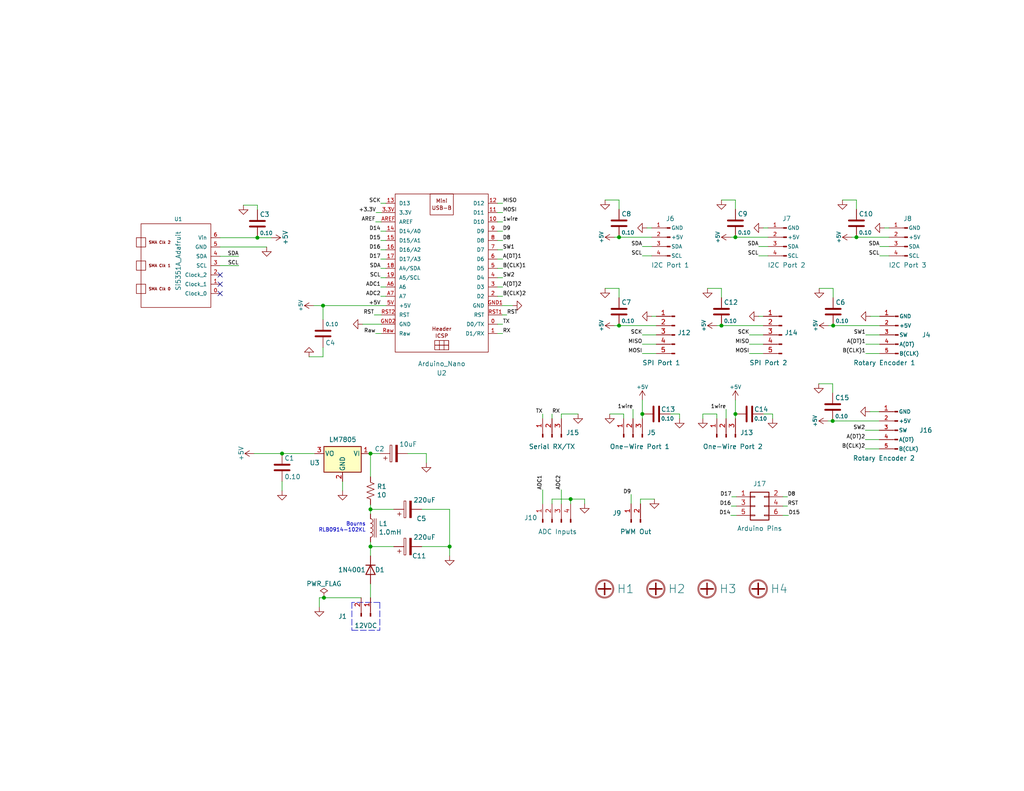
<source format=kicad_sch>
(kicad_sch (version 20211123) (generator eeschema)
  (paper "A")
  (title_block (title "UDVBM-1 Universal Digital VFO/BFO Motherboard") (date "2022-03-20") (rev "B"))
  (lib_symbols
    (symbol "Connector:Conn_01x02_Male" (pin_names (offset 1.016) hide)
      (property "Reference" "J" (at 0 2.54 0))
      (property "Value" "Conn_01x02_Male" (at 0 -5.08 0))
      (symbol "Conn_01x02_Male_1_1"
        (polyline (pts (xy 1.27 -2.54) (xy 0.8636 -2.54)) (stroke (width 0.1524)))
        (polyline (pts (xy 1.27 0) (xy 0.8636 0)) (stroke (width 0.1524)))
        (rectangle (start 0.8636 -2.413) (end 0 -2.667) (stroke (width 0.1524)) (fill (type outline)))
        (rectangle (start 0.8636 0.127) (end 0 -0.127) (stroke (width 0.1524)) (fill (type outline)))
        (pin passive line (at 5.08 0 180) (length 3.81) (name "Pin_1") (number "1"))
        (pin passive line (at 5.08 -2.54 180) (length 3.81) (name "Pin_2") (number "2"))
      )
    )
    (symbol "Connector:Conn_01x03_Male" (pin_names (offset 1.016) hide)
      (property "Reference" "J" (at 0 5.08 0))
      (property "Value" "Conn_01x03_Male" (at 0 -5.08 0))
      (symbol "Conn_01x03_Male_1_1"
        (polyline (pts (xy 1.27 -2.54) (xy 0.8636 -2.54)) (stroke (width 0.1524)))
        (polyline (pts (xy 1.27 0) (xy 0.8636 0)) (stroke (width 0.1524)))
        (polyline (pts (xy 1.27 2.54) (xy 0.8636 2.54)) (stroke (width 0.1524)))
        (rectangle (start 0.8636 -2.413) (end 0 -2.667) (stroke (width 0.1524)) (fill (type outline)))
        (rectangle (start 0.8636 0.127) (end 0 -0.127) (stroke (width 0.1524)) (fill (type outline)))
        (rectangle (start 0.8636 2.667) (end 0 2.413) (stroke (width 0.1524)) (fill (type outline)))
        (pin passive line (at 5.08 2.54 180) (length 3.81) (name "Pin_1") (number "1"))
        (pin passive line (at 5.08 0 180) (length 3.81) (name "Pin_2") (number "2"))
        (pin passive line (at 5.08 -2.54 180) (length 3.81) (name "Pin_3") (number "3"))
      )
    )
    (symbol "Connector:Conn_01x04_Male" (pin_names (offset 1.016) hide)
      (property "Reference" "J" (at 0 5.08 0))
      (property "Value" "Conn_01x04_Male" (at 0 -7.62 0))
      (symbol "Conn_01x04_Male_1_1"
        (polyline (pts (xy 1.27 -5.08) (xy 0.8636 -5.08)) (stroke (width 0.1524)))
        (polyline (pts (xy 1.27 -2.54) (xy 0.8636 -2.54)) (stroke (width 0.1524)))
        (polyline (pts (xy 1.27 0) (xy 0.8636 0)) (stroke (width 0.1524)))
        (polyline (pts (xy 1.27 2.54) (xy 0.8636 2.54)) (stroke (width 0.1524)))
        (rectangle (start 0.8636 -4.953) (end 0 -5.207) (stroke (width 0.1524)) (fill (type outline)))
        (rectangle (start 0.8636 -2.413) (end 0 -2.667) (stroke (width 0.1524)) (fill (type outline)))
        (rectangle (start 0.8636 0.127) (end 0 -0.127) (stroke (width 0.1524)) (fill (type outline)))
        (rectangle (start 0.8636 2.667) (end 0 2.413) (stroke (width 0.1524)) (fill (type outline)))
        (pin passive line (at 5.08 2.54 180) (length 3.81) (name "Pin_1") (number "1"))
        (pin passive line (at 5.08 0 180) (length 3.81) (name "Pin_2") (number "2"))
        (pin passive line (at 5.08 -2.54 180) (length 3.81) (name "Pin_3") (number "3"))
        (pin passive line (at 5.08 -5.08 180) (length 3.81) (name "Pin_4") (number "4"))
      )
    )
    (symbol "Connector:Conn_01x05_Male" (pin_names (offset 1.016) hide)
      (property "Reference" "J" (at 0 7.62 0))
      (property "Value" "Conn_01x05_Male" (at 0 -7.62 0))
      (symbol "Conn_01x05_Male_1_1"
        (polyline (pts (xy 1.27 -5.08) (xy 0.8636 -5.08)) (stroke (width 0.1524)))
        (polyline (pts (xy 1.27 -2.54) (xy 0.8636 -2.54)) (stroke (width 0.1524)))
        (polyline (pts (xy 1.27 0) (xy 0.8636 0)) (stroke (width 0.1524)))
        (polyline (pts (xy 1.27 2.54) (xy 0.8636 2.54)) (stroke (width 0.1524)))
        (polyline (pts (xy 1.27 5.08) (xy 0.8636 5.08)) (stroke (width 0.1524)))
        (rectangle (start 0.8636 -4.953) (end 0 -5.207) (stroke (width 0.1524)) (fill (type outline)))
        (rectangle (start 0.8636 -2.413) (end 0 -2.667) (stroke (width 0.1524)) (fill (type outline)))
        (rectangle (start 0.8636 0.127) (end 0 -0.127) (stroke (width 0.1524)) (fill (type outline)))
        (rectangle (start 0.8636 2.667) (end 0 2.413) (stroke (width 0.1524)) (fill (type outline)))
        (rectangle (start 0.8636 5.207) (end 0 4.953) (stroke (width 0.1524)) (fill (type outline)))
        (pin passive line (at 5.08 5.08 180) (length 3.81) (name "Pin_1") (number "1"))
        (pin passive line (at 5.08 2.54 180) (length 3.81) (name "Pin_2") (number "2"))
        (pin passive line (at 5.08 0 180) (length 3.81) (name "Pin_3") (number "3"))
        (pin passive line (at 5.08 -2.54 180) (length 3.81) (name "Pin_4") (number "4"))
        (pin passive line (at 5.08 -5.08 180) (length 3.81) (name "Pin_5") (number "5"))
      )
    )
    (symbol "Connector_Generic:Conn_02x03_Odd_Even" (pin_names (offset 1.016) hide)
      (property "Reference" "J17" (at 1.27 6.096 0))
      (property "Value" "Arduino Pins" (at 1.27 -6.096 0))
      (symbol "Conn_02x03_Odd_Even_1_1"
        (rectangle (start -1.27 -2.413) (end 0 -2.667) (stroke (width 0.1524)))
        (rectangle (start -1.27 0.127) (end 0 -0.127) (stroke (width 0.1524)))
        (rectangle (start -1.27 2.667) (end 0 2.413) (stroke (width 0.1524)))
        (rectangle (start -1.27 3.81) (end 3.81 -3.81) (stroke (width 0.254)))
        (rectangle (start 3.81 -2.413) (end 2.54 -2.667) (stroke (width 0.1524)))
        (rectangle (start 3.81 0.127) (end 2.54 -0.127) (stroke (width 0.1524)))
        (rectangle (start 3.81 2.667) (end 2.54 2.413) (stroke (width 0.1524)))
        (pin passive line (at -5.08 2.54 0) (length 3.81) (name "Pin_1") (number "1"))
        (pin passive line (at 7.62 2.54 180) (length 3.81) (name "Pin_2") (number "2"))
        (pin passive line (at -5.08 0 0) (length 3.81) (name "Pin_3") (number "3"))
        (pin passive line (at 7.62 0 180) (length 3.81) (name "Pin_4") (number "4"))
        (pin passive line (at -5.08 -2.54 0) (length 3.81) (name "Pin_5") (number "5"))
        (pin passive line (at 7.62 -2.54 180) (length 3.81) (name "Pin_6") (number "6"))
      )
    )
    (symbol "Device:C" (pin_numbers hide) (pin_names (offset 0.254))
      (property "Reference" "C" (at 0.635 2.54 0))
      (property "Value" "C" (at 0.635 -2.54 0))
      (symbol "C_0_1"
        (polyline (pts (xy -2.032 -0.762) (xy 2.032 -0.762)) (stroke (width 0.508)))
        (polyline (pts (xy -2.032 0.762) (xy 2.032 0.762)) (stroke (width 0.508)))
      )
      (symbol "C_1_1"
        (pin passive line (at 0 3.81 270) (length 2.794) (name "~") (number "1"))
        (pin passive line (at 0 -3.81 90) (length 2.794) (name "~") (number "2"))
      )
    )
    (symbol "Device:CP" (pin_numbers hide) (pin_names (offset 0.254))
      (property "Reference" "C" (at 0.635 2.54 0))
      (property "Value" "Device_CP" (at 0.635 -2.54 0))
      (symbol "CP_0_1"
        (rectangle (start -2.286 0.508) (end 2.286 1.016))
        (polyline (pts (xy -1.778 2.286) (xy -0.762 2.286)))
        (polyline (pts (xy -1.27 2.794) (xy -1.27 1.778)))
        (rectangle (start 2.286 -0.508) (end -2.286 -1.016) (fill (type outline)))
      )
      (symbol "CP_1_1"
        (pin passive line (at 0 3.81 270) (length 2.794) (name "~") (number "1"))
        (pin passive line (at 0 -3.81 90) (length 2.794) (name "~") (number "2"))
      )
    )
    (symbol "Device:D" (pin_numbers hide) (pin_names (offset 1.016) hide)
      (property "Reference" "D" (at 0 2.54 0))
      (property "Value" "D" (at 0 -2.54 0))
      (symbol "D_0_1"
        (polyline (pts (xy -1.27 1.27) (xy -1.27 -1.27)) (stroke (width 0.254)))
        (polyline (pts (xy 1.27 0) (xy -1.27 0)))
        (polyline (pts (xy 1.27 1.27) (xy 1.27 -1.27) (xy -1.27 0) (xy 1.27 1.27)) (stroke (width 0.254)))
      )
      (symbol "D_1_1"
        (pin passive line (at -3.81 0 0) (length 2.54) (name "K") (number "1"))
        (pin passive line (at 3.81 0 180) (length 2.54) (name "A") (number "2"))
      )
    )
    (symbol "K7TFC:Arduino_Nano" (pin_names (offset 1.016))
      (property "Reference" "U2" (at 0 19.685 0))
      (property "Value" "Arduino_Nano" (at 0 17.145 0))
      (symbol "Arduino_Nano_0_0"
        (rectangle (start -3.175 -29.21) (end 3.175 -23.495))
        (rectangle (start -1.905 12.065) (end -1.905 10.795))
        (rectangle (start -1.905 12.065) (end 1.905 10.795))
        (rectangle (start -1.905 13.335) (end -1.905 12.065))
        (rectangle (start -1.905 13.335) (end 1.905 12.065))
        (rectangle (start -0.635 12.065) (end -0.635 10.795))
        (rectangle (start -0.635 13.335) (end -0.635 12.065))
        (rectangle (start 0.635 10.795) (end 0.635 12.065))
        (rectangle (start 0.635 12.065) (end 0.635 13.335))
        (text "Header" (at 0 7.62 0) (effects (font (size 1.016 1.016))))
        (text "ICSP" (at 0 9.525 0) (effects (font (size 1.016 1.016))))
        (text "Mini" (at 0 -27.305 0) (effects (font (size 1.016 1.016))))
        (text "USB-B" (at 0 -25.4 0) (effects (font (size 1.016 1.016))))
      )
      (symbol "Arduino_Nano_0_1"
        (rectangle (start -12.7 13.97) (end 12.7 -29.21))
      )
      (symbol "Arduino_Nano_1_1"
        (pin bidirectional line (at -15.24 6.35 0) (length 2.54) (name "D0/TX") (number "0"))
        (pin bidirectional line (at -15.24 8.89 0) (length 2.54) (name "D1/RX") (number "1"))
        (pin bidirectional line (at -15.24 -21.59 0) (length 2.54) (name "D10") (number "10"))
        (pin bidirectional line (at -15.24 -24.13 0) (length 2.54) (name "D11") (number "11"))
        (pin bidirectional line (at -15.24 -26.67 0) (length 2.54) (name "D12") (number "12"))
        (pin bidirectional line (at 15.24 -26.67 180) (length 2.54) (name "D13") (number "13"))
        (pin bidirectional line (at 15.24 -19.05 180) (length 2.54) (name "D14/A0") (number "14"))
        (pin bidirectional line (at 15.24 -16.51 180) (length 2.54) (name "D15/A1") (number "15"))
        (pin bidirectional line (at 15.24 -13.97 180) (length 2.54) (name "D16/A2") (number "16"))
        (pin bidirectional line (at 15.24 -11.43 180) (length 2.54) (name "D17/A3") (number "17"))
        (pin bidirectional line (at 15.24 -8.89 180) (length 2.54) (name "A4/SDA") (number "18"))
        (pin bidirectional line (at 15.24 -6.35 180) (length 2.54) (name "A5/SCL") (number "19"))
        (pin bidirectional line (at -15.24 -1.27 0) (length 2.54) (name "D2") (number "2"))
        (pin bidirectional line (at -15.24 -3.81 0) (length 2.54) (name "D3") (number "3"))
        (pin power_out line (at 16.51 -24.13 180) (length 3.81) (name "3.3V") (number "3.3V"))
        (pin bidirectional line (at -15.24 -6.35 0) (length 2.54) (name "D4") (number "4"))
        (pin bidirectional line (at -15.24 -8.89 0) (length 2.54) (name "D5") (number "5"))
        (pin power_in line (at 15.24 1.27 180) (length 2.54) (name "+5V") (number "5V"))
        (pin bidirectional line (at -15.24 -11.43 0) (length 2.54) (name "D6") (number "6"))
        (pin bidirectional line (at -15.24 -13.97 0) (length 2.54) (name "D7") (number "7"))
        (pin bidirectional line (at -15.24 -16.51 0) (length 2.54) (name "D8") (number "8"))
        (pin bidirectional line (at -15.24 -19.05 0) (length 2.54) (name "D9") (number "9"))
        (pin bidirectional line (at 15.24 -3.81 180) (length 2.54) (name "A6") (number "A6"))
        (pin bidirectional line (at 15.24 -1.27 180) (length 2.54) (name "A7") (number "A7"))
        (pin input line (at 16.51 -21.59 180) (length 3.81) (name "AREF") (number "AREF"))
        (pin power_in line (at -16.51 1.27 0) (length 3.81) (name "GND") (number "GND1"))
        (pin power_in line (at 16.51 6.35 180) (length 3.81) (name "GND") (number "GND2"))
        (pin bidirectional line (at -16.51 3.81 0) (length 3.81) (name "RST") (number "RST1"))
        (pin bidirectional line (at 16.51 3.81 180) (length 3.81) (name "RST") (number "RST2"))
        (pin power_in line (at 16.51 8.89 180) (length 3.81) (name "Raw") (number "Raw"))
      )
    )
    (symbol "K7TFC_Hardware:Mounting_Hole_4-40" (pin_names (offset 1.016))
      (property "Reference" "H" (at 0 -4.826 0))
      (symbol "Mounting_Hole_4-40_0_1"
        (polyline (pts (xy -0.127 1.651) (xy -0.127 -1.651)))
        (polyline (pts (xy 0.127 1.651) (xy 0.127 -1.651)))
        (polyline (pts (xy 1.778 -0.127) (xy -1.778 -0.127)))
        (polyline (pts (xy 1.778 0) (xy -1.778 0)))
        (polyline (pts (xy 1.778 0.127) (xy -1.778 0.127)))
        (polyline (pts (xy 0 1.651) (xy 0 -1.524) (xy 0 -1.651)))
        (circle (center 0 0) (radius 2.2352))
        (circle (center 0 0) (radius 2.5146))
      )
    )
    (symbol "K7TFC_Passives:L" (pin_numbers hide) (pin_names (offset 1.016) hide)
      (property "Reference" "L" (at -1.778 0 0))
      (property "Value" "K7TFC_Passives_L" (at 3.048 0 0))
      (symbol "L_0_1"
        (arc (start 0 -2.54) (mid 0.635 -1.905) (end 0 -1.27))
        (arc (start 0 -1.27) (mid 0.635 -0.635) (end 0 0))
        (polyline (pts (xy 1.016 2.54) (xy 1.016 -2.54)))
        (polyline (pts (xy 1.524 2.54) (xy 1.524 -2.54)))
        (arc (start 0 0) (mid 0.635 0.635) (end 0 1.27))
        (arc (start 0 1.27) (mid 0.635 1.905) (end 0 2.54))
      )
      (symbol "L_1_1"
        (pin passive line (at 0 3.81 270) (length 1.27) (name "1") (number "1"))
        (pin passive line (at 0 -3.81 90) (length 1.27) (name "2") (number "2"))
      )
    )
    (symbol "K7TFC_Passives:R_US" (pin_numbers hide) (pin_names (offset 0))
      (property "Reference" "R" (at 2.54 0 90))
      (property "Value" "K7TFC_Passives_R_US" (at -2.54 0 90))
      (symbol "R_US_0_1"
        (polyline (pts (xy 0 -2.286) (xy 0 -2.54)))
        (polyline (pts (xy 0 2.286) (xy 0 2.54)))
        (polyline (pts (xy 0 -0.762) (xy 1.016 -1.143) (xy 0 -1.524) (xy -1.016 -1.905) (xy 0 -2.286)))
        (polyline (pts (xy 0 0.762) (xy 1.016 0.381) (xy 0 0) (xy -1.016 -0.381) (xy 0 -0.762)))
        (polyline (pts (xy 0 2.286) (xy 1.016 1.905) (xy 0 1.524) (xy -1.016 1.143) (xy 0 0.762)))
      )
      (symbol "R_US_1_1"
        (pin passive line (at 0 3.81 270) (length 1.27) (name "~") (number "1"))
        (pin passive line (at 0 -3.81 90) (length 1.27) (name "~") (number "2"))
      )
    )
    (symbol "UDVBM-1-rescue:I2C_Port_Male-K7TFC-bitx40_vfo-rescue" (pin_names (offset 1.524))
      (property "Reference" "J" (at 0 5.08 0))
      (property "Value" "I2C_Port_Male-K7TFC-bitx40_vfo-rescue" (at 0 -7.62 0))
      (symbol "I2C_Port_Male-K7TFC-bitx40_vfo-rescue_1_1"
        (polyline (pts (xy 1.27 -5.08) (xy 0.8636 -5.08)) (stroke (width 0.1524)))
        (polyline (pts (xy 1.27 -2.54) (xy 0.8636 -2.54)) (stroke (width 0.1524)))
        (polyline (pts (xy 1.27 0) (xy 0.8636 0)) (stroke (width 0.1524)))
        (polyline (pts (xy 1.27 2.54) (xy 0.8636 2.54)) (stroke (width 0.1524)))
        (rectangle (start 0.8636 -4.953) (end 0 -5.207) (stroke (width 0.1524)) (fill (type outline)))
        (rectangle (start 0.8636 -2.413) (end 0 -2.667) (stroke (width 0.1524)) (fill (type outline)))
        (rectangle (start 0.8636 0.127) (end 0 -0.127) (stroke (width 0.1524)) (fill (type outline)))
        (rectangle (start 0.8636 2.667) (end 0 2.413) (stroke (width 0.1524)) (fill (type outline)))
        (pin passive line (at 5.08 2.54 180) (length 3.81) (name "GND") (number "1"))
        (pin passive line (at 5.08 0 180) (length 3.81) (name "+5V") (number "2"))
        (pin passive line (at 5.08 -2.54 180) (length 3.81) (name "SDA") (number "3"))
        (pin passive line (at 5.08 -5.08 180) (length 3.81) (name "SCL") (number "4"))
      )
    )
    (symbol "UDVBM-1-rescue:LM7905_TO220-Regulator_Linear" (pin_names (offset 0.254))
      (property "Reference" "U" (at -3.81 -3.175 0))
      (property "Value" "LM7905_TO220-Regulator_Linear" (at 0 -3.175 0))
      (symbol "LM7905_TO220-Regulator_Linear_0_1"
        (rectangle (start -5.08 5.08) (end 5.08 -1.905) (stroke (width 0.254)) (fill (type background)))
      )
      (symbol "LM7905_TO220-Regulator_Linear_1_1"
        (pin power_in line (at -7.62 0 0) (length 2.54) (name "VI") (number "1"))
        (pin power_in line (at 0 7.62 270) (length 2.54) (name "GND") (number "2"))
        (pin power_out line (at 7.62 0 180) (length 2.54) (name "VO") (number "3"))
      )
    )
    (symbol "UDVBM-1-rescue:Rotary_Encoder_Port_Male-K7TFC-bitx40_vfo-rescue" (pin_names (offset 1.524))
      (property "Reference" "J" (at 0 7.62 0))
      (property "Value" "Rotary_Encoder_Port_Male-K7TFC-bitx40_vfo-rescue" (at 0 -7.62 0))
      (symbol "Rotary_Encoder_Port_Male-K7TFC-bitx40_vfo-rescue_1_1"
        (polyline (pts (xy 1.27 -5.08) (xy 0.8636 -5.08)) (stroke (width 0.1524)))
        (polyline (pts (xy 1.27 -2.54) (xy 0.8636 -2.54)) (stroke (width 0.1524)))
        (polyline (pts (xy 1.27 0) (xy 0.8636 0)) (stroke (width 0.1524)))
        (polyline (pts (xy 1.27 2.54) (xy 0.8636 2.54)) (stroke (width 0.1524)))
        (polyline (pts (xy 1.27 5.08) (xy 0.8636 5.08)) (stroke (width 0.1524)))
        (rectangle (start 0.8636 -4.953) (end 0 -5.207) (stroke (width 0.1524)) (fill (type outline)))
        (rectangle (start 0.8636 -2.413) (end 0 -2.667) (stroke (width 0.1524)) (fill (type outline)))
        (rectangle (start 0.8636 0.127) (end 0 -0.127) (stroke (width 0.1524)) (fill (type outline)))
        (rectangle (start 0.8636 2.667) (end 0 2.413) (stroke (width 0.1524)) (fill (type outline)))
        (rectangle (start 0.8636 5.207) (end 0 4.953) (stroke (width 0.1524)) (fill (type outline)))
        (pin passive line (at 5.08 5.08 180) (length 3.81) (name "GND") (number "1"))
        (pin passive line (at 5.08 2.54 180) (length 3.81) (name "+5V") (number "2"))
        (pin passive line (at 5.08 0 180) (length 3.81) (name "SW") (number "3"))
        (pin passive line (at 5.08 -2.54 180) (length 3.81) (name "A(DT)") (number "4"))
        (pin passive line (at 5.08 -5.08 180) (length 3.81) (name "B(CLK)") (number "5"))
      )
    )
    (symbol "UDVBM-1-rescue:Si5351A_Adafruit-K7TFC-bitx40_vfo-rescue" (pin_names (offset 1.016))
      (property "Reference" "U" (at 3.81 3.81 0))
      (property "Value" "Si5351A_Adafruit-K7TFC-bitx40_vfo-rescue" (at 3.81 -7.62 90))
      (symbol "Si5351A_Adafruit-K7TFC-bitx40_vfo-rescue_0_0"
        (text "SMA Clk 0" (at -1.27 -15.24 0) (effects (font (size 0.762 0.762))))
        (text "SMA Clk 1" (at -1.27 -8.89 0) (effects (font (size 0.762 0.762))))
        (text "SMA Clk 2" (at -1.27 -2.54 0) (effects (font (size 0.762 0.762))))
      )
      (symbol "Si5351A_Adafruit-K7TFC-bitx40_vfo-rescue_0_1"
        (rectangle (start -7.62 -13.97) (end -5.08 -16.51))
        (rectangle (start -7.62 -7.62) (end -5.08 -10.16))
        (rectangle (start -5.08 -1.27) (end -7.62 -3.81))
        (rectangle (start 12.7 2.54) (end -6.35 -20.32))
      )
      (symbol "Si5351A_Adafruit-K7TFC-bitx40_vfo-rescue_1_1"
        (pin output line (at 15.24 -16.51 180) (length 2.54) (name "Clock_0") (number "0"))
        (pin output line (at 15.24 -13.97 180) (length 2.54) (name "Clock_1") (number "1"))
        (pin output line (at 15.24 -11.43 180) (length 2.54) (name "Clock_2") (number "2"))
        (pin bidirectional line (at 15.24 -8.89 180) (length 2.54) (name "SCL") (number "3"))
        (pin bidirectional line (at 15.24 -6.35 180) (length 2.54) (name "SDA") (number "4"))
        (pin power_in line (at 15.24 -3.81 180) (length 2.54) (name "GND") (number "5"))
        (pin power_in line (at 15.24 -1.27 180) (length 2.54) (name "Vin") (number "6"))
      )
    )
    (symbol "power:+5V" (power) (pin_names (offset 0))
      (property "Value" "+5V" (at 0 3.556 0))
      (symbol "+5V_0_1"
        (polyline (pts (xy -0.762 1.27) (xy 0 2.54)))
        (polyline (pts (xy 0 0) (xy 0 2.54)))
        (polyline (pts (xy 0 2.54) (xy 0.762 1.27)))
      )
      (symbol "+5V_1_1"
        (pin power_in line (at 0 0 90) (length 0) hide (name "+5V") (number "1"))
      )
    )
    (symbol "power:GND" (power) (pin_names (offset 0))
      (property "Value" "GND" (at 0 -3.81 0))
      (symbol "GND_0_1"
        (polyline (pts (xy 0 0) (xy 0 -1.27) (xy 1.27 -1.27) (xy 0 -2.54) (xy -1.27 -1.27) (xy 0 -1.27)))
      )
      (symbol "GND_1_1"
        (pin power_in line (at 0 0 270) (length 0) hide (name "GND") (number "1"))
      )
    )
    (symbol "power:PWR_FLAG" (power) (pin_numbers hide) (pin_names (offset 0) hide)
      (property "Value" "PWR_FLAG" (at 0 3.81 0))
      (symbol "PWR_FLAG_0_0"
        (pin power_out line (at 0 0 90) (length 0) (name "pwr") (number "1"))
      )
      (symbol "PWR_FLAG_0_1"
        (polyline (pts (xy 0 0) (xy 0 1.27) (xy -1.016 1.905) (xy 0 2.54) (xy 1.016 1.905) (xy 0 1.27)))
      )
    )
  )
  (junction (at 200.66 64.77))
  (junction (at 196.85 88.9))
  (junction (at 175.26 113.03))
  (junction (at 101.092 123.825))
  (junction (at 70.231 64.897))
  (junction (at 200.66 113.03))
  (junction (at 233.68 64.77))
  (junction (at 155.702 136.271))
  (junction (at 76.962 123.825))
  (junction (at 227.33 88.9))
  (junction (at 88.392 163.195))
  (junction (at 101.092 139.065))
  (junction (at 88.138 83.439))
  (junction (at 168.91 64.77))
  (junction (at 168.91 88.9))
  (junction (at 101.092 149.225))
  (junction (at 227.203 114.935))
  (junction (at 122.682 149.225))
  (no_connect (at 60.071 80.137))
  (no_connect (at 60.071 75.057))
  (no_connect (at 60.071 77.597))
  (wire (pts (xy 175.26 93.98) (xy 179.07 93.98)))
  (wire (pts (xy 104.013 58.039) (xy 102.616 58.039)))
  (wire (pts (xy 242.57 62.23) (xy 241.3 62.23)))
  (wire (pts (xy 174.752 136.271) (xy 178.562 136.271)))
  (wire (pts (xy 177.8 62.23) (xy 176.53 62.23)))
  (wire (pts (xy 105.283 63.119) (xy 103.886 63.119)))
  (wire (pts (xy 168.91 64.77) (xy 177.8 64.77)))
  (wire (pts (xy 208.28 88.9) (xy 196.85 88.9)))
  (wire (pts (xy 210.82 113.03) (xy 208.28 113.03)))
  (wire (pts (xy 87.122 163.195) (xy 87.122 165.735)))
  (wire (pts (xy 240.03 91.44) (xy 236.22 91.44)))
  (wire (pts (xy 157.734 113.03) (xy 153.162 113.03)))
  (wire (pts (xy 210.82 113.03) (xy 210.82 114.3)))
  (wire (pts (xy 103.632 123.825) (xy 101.092 123.825)))
  (wire (pts (xy 135.763 68.199) (xy 137.16 68.199)))
  (wire (pts (xy 138.303 85.979) (xy 137.033 85.979)))
  (wire (pts (xy 168.91 88.9) (xy 179.07 88.9)))
  (wire (pts (xy 88.138 83.439) (xy 105.283 83.439)))
  (wire (pts (xy 137.16 60.579) (xy 135.763 60.579)))
  (wire (pts (xy 60.071 67.437) (xy 72.771 67.437)))
  (wire (pts (xy 70.231 56.007) (xy 66.421 56.007)))
  (wire (pts (xy 135.763 80.899) (xy 137.16 80.899)))
  (wire (pts (xy 195.58 114.3) (xy 195.58 113.03)))
  (wire (pts (xy 239.903 117.475) (xy 236.093 117.475)))
  (wire (pts (xy 105.283 70.739) (xy 103.886 70.739)))
  (wire (pts (xy 139.827 83.439) (xy 137.033 83.439)))
  (wire (pts (xy 107.442 149.225) (xy 101.092 149.225)))
  (wire (pts (xy 170.18 113.03) (xy 166.37 113.03)))
  (wire (pts (xy 227.33 78.74) (xy 227.33 81.28)))
  (wire (pts (xy 122.682 139.065) (xy 122.682 149.225)))
  (wire (pts (xy 240.03 93.98) (xy 236.22 93.98)))
  (wire (pts (xy 227.203 104.775) (xy 223.393 104.775)))
  (wire (pts (xy 137.16 55.499) (xy 135.763 55.499)))
  (wire (pts (xy 101.092 149.225) (xy 101.092 151.765)))
  (wire (pts (xy 239.903 122.555) (xy 236.093 122.555)))
  (wire (pts (xy 175.26 69.85) (xy 177.8 69.85)))
  (wire (pts (xy 227.33 88.9) (xy 226.06 88.9)))
  (wire (pts (xy 88.138 87.249) (xy 88.138 83.439)))
  (wire (pts (xy 105.283 73.279) (xy 103.886 73.279)))
  (wire (pts (xy 101.092 137.795) (xy 101.092 139.065)))
  (wire (pts (xy 137.16 58.039) (xy 135.763 58.039)))
  (wire (pts (xy 122.682 149.225) (xy 122.682 151.765)))
  (wire (pts (xy 199.644 135.636) (xy 200.914 135.636)))
  (wire (pts (xy 70.231 56.007) (xy 70.231 57.277)))
  (wire (pts (xy 105.283 65.659) (xy 103.886 65.659)))
  (wire (pts (xy 195.58 113.03) (xy 191.77 113.03)))
  (wire (pts (xy 135.763 70.739) (xy 137.16 70.739)))
  (wire (pts (xy 101.092 147.955) (xy 101.092 149.225)))
  (wire (pts (xy 105.283 55.499) (xy 103.886 55.499)))
  (wire (pts (xy 213.614 135.636) (xy 214.884 135.636)))
  (wire (pts (xy 213.614 140.716) (xy 215.138 140.716)))
  (wire (pts (xy 208.28 96.52) (xy 204.47 96.52)))
  (wire (pts (xy 104.013 85.979) (xy 102.108 85.979)))
  (wire (pts (xy 200.66 54.61) (xy 200.66 57.15)))
  (wire (pts (xy 115.062 139.065) (xy 122.682 139.065)))
  (wire (pts (xy 240.03 67.31) (xy 242.57 67.31)))
  (wire (pts (xy 88.138 97.409) (xy 84.328 97.409)))
  (wire (pts (xy 104.013 91.059) (xy 102.489 91.059)))
  (wire (pts (xy 104.013 60.579) (xy 102.489 60.579)))
  (wire (pts (xy 137.16 91.059) (xy 135.763 91.059)))
  (wire (pts (xy 137.16 63.119) (xy 135.763 63.119)))
  (wire (pts (xy 208.28 91.44) (xy 204.47 91.44)))
  (wire (pts (xy 168.91 54.61) (xy 168.91 57.15)))
  (wire (pts (xy 167.64 88.9) (xy 168.91 88.9)))
  (wire (pts (xy 227.203 114.935) (xy 239.903 114.935)))
  (wire (pts (xy 240.03 86.36) (xy 237.49 86.36)))
  (wire (pts (xy 135.763 78.359) (xy 137.16 78.359)))
  (wire (pts (xy 175.26 67.31) (xy 177.8 67.31)))
  (wire (pts (xy 107.442 139.065) (xy 101.092 139.065)))
  (polyline (pts (xy 96.012 164.465) (xy 96.012 172.085)))
  (wire (pts (xy 191.77 113.03) (xy 191.77 114.3)))
  (wire (pts (xy 150.622 136.271) (xy 150.622 137.541)))
  (wire (pts (xy 200.66 54.61) (xy 196.85 54.61)))
  (wire (pts (xy 98.552 163.195) (xy 88.392 163.195)))
  (wire (pts (xy 88.138 83.439) (xy 85.598 83.439)))
  (wire (pts (xy 227.203 104.775) (xy 227.203 107.315)))
  (wire (pts (xy 116.332 123.825) (xy 116.332 126.365)))
  (wire (pts (xy 105.283 80.899) (xy 103.886 80.899)))
  (wire (pts (xy 233.68 54.61) (xy 229.87 54.61)))
  (wire (pts (xy 105.283 78.359) (xy 103.886 78.359)))
  (wire (pts (xy 240.03 96.52) (xy 236.22 96.52)))
  (wire (pts (xy 233.68 54.61) (xy 233.68 57.15)))
  (wire (pts (xy 105.283 75.819) (xy 103.886 75.819)))
  (wire (pts (xy 172.212 137.541) (xy 172.212 135.001)))
  (wire (pts (xy 213.614 138.176) (xy 214.884 138.176)))
  (wire (pts (xy 209.55 62.23) (xy 208.28 62.23)))
  (wire (pts (xy 239.903 120.015) (xy 236.093 120.015)))
  (wire (pts (xy 137.16 88.519) (xy 135.763 88.519)))
  (wire (pts (xy 208.28 93.98) (xy 204.47 93.98)))
  (wire (pts (xy 196.85 78.74) (xy 193.04 78.74)))
  (polyline (pts (xy 103.632 164.465) (xy 103.632 172.085)))
  (wire (pts (xy 227.203 114.935) (xy 225.933 114.935)))
  (wire (pts (xy 185.42 113.03) (xy 185.42 114.3)))
  (wire (pts (xy 104.013 88.519) (xy 98.933 88.519)))
  (wire (pts (xy 196.85 88.9) (xy 195.58 88.9)))
  (wire (pts (xy 170.18 114.3) (xy 170.18 113.03)))
  (wire (pts (xy 227.33 88.9) (xy 240.03 88.9)))
  (wire (pts (xy 179.07 96.52) (xy 175.26 96.52)))
  (wire (pts (xy 101.092 130.175) (xy 101.092 123.825)))
  (wire (pts (xy 208.28 86.36) (xy 207.01 86.36)))
  (wire (pts (xy 232.41 64.77) (xy 233.68 64.77)))
  (wire (pts (xy 60.071 69.977) (xy 65.151 69.977)))
  (polyline (pts (xy 96.012 172.085) (xy 103.632 172.085)))
  (wire (pts (xy 168.91 54.61) (xy 165.1 54.61)))
  (wire (pts (xy 199.39 64.77) (xy 200.66 64.77)))
  (wire (pts (xy 88.138 97.409) (xy 88.138 94.869)))
  (wire (pts (xy 199.39 140.716) (xy 200.914 140.716)))
  (wire (pts (xy 200.66 113.03) (xy 200.66 109.22)))
  (wire (pts (xy 148.082 113.03) (xy 148.082 114.3)))
  (wire (pts (xy 207.01 67.31) (xy 209.55 67.31)))
  (wire (pts (xy 115.062 149.225) (xy 122.682 149.225)))
  (wire (pts (xy 101.092 159.385) (xy 101.092 163.195)))
  (wire (pts (xy 185.42 113.03) (xy 182.88 113.03)))
  (wire (pts (xy 227.33 78.74) (xy 223.52 78.74)))
  (wire (pts (xy 93.472 131.445) (xy 93.472 133.985)))
  (polyline (pts (xy 103.632 164.465) (xy 96.012 164.465)))
  (wire (pts (xy 179.07 86.36) (xy 177.8 86.36)))
  (wire (pts (xy 196.85 78.74) (xy 196.85 81.28)))
  (wire (pts (xy 137.16 65.659) (xy 135.763 65.659)))
  (wire (pts (xy 155.702 136.271) (xy 155.702 137.541)))
  (wire (pts (xy 198.12 111.76) (xy 198.12 114.3)))
  (wire (pts (xy 135.763 73.279) (xy 137.16 73.279)))
  (wire (pts (xy 200.66 64.77) (xy 209.55 64.77)))
  (wire (pts (xy 153.162 113.03) (xy 153.162 114.3)))
  (wire (pts (xy 172.72 111.76) (xy 172.72 114.3)))
  (wire (pts (xy 150.622 113.03) (xy 150.622 114.3)))
  (wire (pts (xy 167.64 64.77) (xy 168.91 64.77)))
  (wire (pts (xy 60.071 64.897) (xy 70.231 64.897)))
  (wire (pts (xy 200.66 114.3) (xy 200.66 113.03)))
  (wire (pts (xy 168.91 78.74) (xy 168.91 81.28)))
  (wire (pts (xy 175.26 113.03) (xy 175.26 109.22)))
  (wire (pts (xy 135.763 75.819) (xy 137.16 75.819)))
  (wire (pts (xy 233.68 64.77) (xy 242.57 64.77)))
  (wire (pts (xy 88.392 163.195) (xy 87.122 163.195)))
  (wire (pts (xy 148.082 137.541) (xy 148.082 133.731)))
  (wire (pts (xy 153.162 137.541) (xy 153.162 133.731)))
  (wire (pts (xy 85.852 123.825) (xy 76.962 123.825)))
  (wire (pts (xy 240.03 69.85) (xy 242.57 69.85)))
  (wire (pts (xy 69.342 123.825) (xy 76.962 123.825)))
  (wire (pts (xy 111.252 123.825) (xy 116.332 123.825)))
  (wire (pts (xy 155.702 136.271) (xy 159.512 136.271)))
  (wire (pts (xy 101.092 139.065) (xy 101.092 140.335)))
  (wire (pts (xy 60.071 72.517) (xy 65.151 72.517)))
  (wire (pts (xy 239.903 112.395) (xy 237.363 112.395)))
  (wire (pts (xy 168.91 78.74) (xy 165.1 78.74)))
  (wire (pts (xy 175.26 114.3) (xy 175.26 113.03)))
  (wire (pts (xy 199.517 138.176) (xy 200.914 138.176)))
  (wire (pts (xy 159.512 136.271) (xy 159.512 137.541)))
  (wire (pts (xy 155.702 136.271) (xy 150.622 136.271)))
  (wire (pts (xy 76.962 131.445) (xy 76.962 133.985)))
  (wire (pts (xy 105.283 68.199) (xy 103.886 68.199)))
  (wire (pts (xy 70.231 64.897) (xy 74.041 64.897)))
  (wire (pts (xy 174.752 137.541) (xy 174.752 136.271)))
  (wire (pts (xy 207.01 69.85) (xy 209.55 69.85)))
  (wire (pts (xy 175.26 91.44) (xy 179.07 91.44)))
  (text "Bourns\nRLB0914-102KL" (at 99.822 145.415 180) (effects (font (size 1.016 1.016)) (justify right bottom)))
  (label "D15" (at 103.886 65.659 180) (effects (font (size 1.016 1.016))))
  (label "SCL" (at 207.01 69.85 180) (effects (font (size 1.016 1.016))))
  (label "B(CLK)1" (at 236.22 96.52 180) (effects (font (size 1.016 1.016))))
  (label "A(DT)1" (at 137.16 70.739 0) (effects (font (size 1.016 1.016))))
  (label "B(CLK)2" (at 137.16 80.899 0) (effects (font (size 1.016 1.016))))
  (label "B(CLK)2" (at 236.093 122.555 180) (effects (font (size 1.016 1.016))))
  (label "D8" (at 137.16 65.659 0) (effects (font (size 1.016 1.016))))
  (label "D17" (at 103.886 70.739 180) (effects (font (size 1.016 1.016))))
  (label "SCK" (at 103.886 55.499 180) (effects (font (size 1.016 1.016))))
  (label "A(DT)2" (at 236.093 120.015 180) (effects (font (size 1.016 1.016))))
  (label "D17" (at 199.644 135.636 180) (effects (font (size 1.016 1.016))))
  (label "RX" (at 137.16 91.059 0) (effects (font (size 1.016 1.016))))
  (label "TX" (at 148.082 113.03 180) (effects (font (size 1.016 1.016))))
  (label "A(DT)2" (at 137.16 78.359 0) (effects (font (size 1.016 1.016))))
  (label "ADC2" (at 153.162 133.731 90) (effects (font (size 1.016 1.016))))
  (label "SW1" (at 137.16 68.199 0) (effects (font (size 1.016 1.016))))
  (label "SW2" (at 137.16 75.819 0) (effects (font (size 1.016 1.016))))
  (label "SCK" (at 204.47 91.44 180) (effects (font (size 1.016 1.016))))
  (label "D14" (at 199.39 140.716 180) (effects (font (size 1.016 1.016))))
  (label "Raw" (at 102.489 91.059 180) (effects (font (size 1.016 1.016))))
  (label "MISO" (at 175.26 93.98 180) (effects (font (size 1.016 1.016))))
  (label "MISO" (at 137.16 55.499 0) (effects (font (size 1.016 1.016))))
  (label "SW2" (at 236.093 117.475 180) (effects (font (size 1.016 1.016))))
  (label "ADC1" (at 148.082 133.731 90) (effects (font (size 1.016 1.016))))
  (label "1wire" (at 137.16 60.579 0) (effects (font (size 1.016 1.016))))
  (label "D14" (at 103.886 63.119 180) (effects (font (size 1.016 1.016))))
  (label "MOSI" (at 175.26 96.52 180) (effects (font (size 1.016 1.016))))
  (label "+5V" (at 103.886 83.439 180) (effects (font (size 1.016 1.016))))
  (label "ADC1" (at 103.886 78.359 180) (effects (font (size 1.016 1.016))))
  (label "1wire" (at 172.72 111.76 180) (effects (font (size 1.016 1.016))))
  (label "RST" (at 138.303 85.979 0) (effects (font (size 1.016 1.016))))
  (label "SCK" (at 175.26 91.44 180) (effects (font (size 1.016 1.016))))
  (label "SCL" (at 103.886 75.819 180) (effects (font (size 1.016 1.016))))
  (label "RX" (at 150.622 113.03 0) (effects (font (size 1.016 1.016))))
  (label "D9" (at 172.212 135.001 180) (effects (font (size 1.016 1.016))))
  (label "SDA" (at 207.01 67.31 180) (effects (font (size 1.016 1.016))))
  (label "SCL" (at 240.03 69.85 180) (effects (font (size 1.016 1.016))))
  (label "SDA" (at 240.03 67.31 180) (effects (font (size 1.016 1.016))))
  (label "D9" (at 137.16 63.119 0) (effects (font (size 1.016 1.016))))
  (label "SDA" (at 65.151 69.977 180) (effects (font (size 1.016 1.016))))
  (label "D15" (at 215.138 140.716 0) (effects (font (size 1.016 1.016))))
  (label "MOSI" (at 137.16 58.039 0) (effects (font (size 1.016 1.016))))
  (label "MISO" (at 204.47 93.98 180) (effects (font (size 1.016 1.016))))
  (label "SDA" (at 175.26 67.31 180) (effects (font (size 1.016 1.016))))
  (label "B(CLK)1" (at 137.16 73.279 0) (effects (font (size 1.016 1.016))))
  (label "SDA" (at 103.886 73.279 180) (effects (font (size 1.016 1.016))))
  (label "D16" (at 103.886 68.199 180) (effects (font (size 1.016 1.016))))
  (label "MOSI" (at 204.47 96.52 180) (effects (font (size 1.016 1.016))))
  (label "D8" (at 214.884 135.636 0) (effects (font (size 1.016 1.016))))
  (label "TX" (at 137.16 88.519 0) (effects (font (size 1.016 1.016))))
  (label "D16" (at 199.517 138.176 180) (effects (font (size 1.016 1.016))))
  (label "ADC2" (at 103.886 80.899 180) (effects (font (size 1.016 1.016))))
  (label "RST" (at 102.108 85.979 180) (effects (font (size 1.016 1.016))))
  (label "A(DT)1" (at 236.22 93.98 180) (effects (font (size 1.016 1.016))))
  (label "RST" (at 214.884 138.176 0) (effects (font (size 1.016 1.016))))
  (label "SCL" (at 65.151 72.517 180) (effects (font (size 1.016 1.016))))
  (label "SW1" (at 236.22 91.44 180) (effects (font (size 1.016 1.016))))
  (label "AREF" (at 102.489 60.579 180) (effects (font (size 1.016 1.016))))
  (label "SCL" (at 175.26 69.85 180) (effects (font (size 1.016 1.016))))
  (label "1wire" (at 198.12 111.76 180) (effects (font (size 1.016 1.016))))
  (label "+3.3V" (at 102.616 58.039 180) (effects (font (size 1.016 1.016))))
  (symbol (lib_id "UDVBM-1-rescue:LM7905_TO220-Regulator_Linear") (at 93.472 123.825 180) (unit 1)
    (property "Reference" "U3" (at 85.852 126.365 0))
    (property "Value" "LM7805" (at 97.282 120.015 0) (effects (justify left)))
    (property "Footprint" "Package_TO_SOT_THT:TO-220-3_Vertical" (effects hide))
    (property "Datasheet" "http://www.fairchildsemi.com/ds/LM/LM7905.pdf" (effects hide))
  )
  (symbol (lib_id "Connector:Conn_01x02_Male") (at 101.092 168.275 270) (mirror x) (unit 1)
    (property "Reference" "J1" (at 93.472 168.275 90))
    (property "Value" "12VDC" (at 99.822 170.815 90))
    (property "Footprint" "Connector_Molex:Molex_KK-254_AE-6410-02A_1x02_P2.54mm_Vertical" (effects hide))
  )
  (symbol (lib_id "Device:CP") (at 107.442 123.825 90) (unit 1)
    (property "Reference" "C2" (at 104.902 122.555 90) (effects (justify left)))
    (property "Value" "10uF" (at 113.792 121.285 90) (effects (justify left)))
    (property "Footprint" "Capacitor_THT:CP_Radial_D5.0mm_P2.00mm" (effects hide))
  )
  (symbol (lib_id "power:GND") (at 116.332 126.365 0) (unit 1)
    (property "Reference" "#PWR0101" (effects hide))
    (property "Value" "GND" (effects hide))
  )
  (symbol (lib_id "power:GND") (at 93.472 133.985 0) (unit 1)
    (property "Reference" "#PWR0102" (effects hide))
    (property "Value" "GND" (effects hide))
  )
  (symbol (lib_id "Device:C") (at 76.962 127.635 0) (unit 1)
    (property "Reference" "C1" (at 77.597 125.095 0) (effects (justify left)))
    (property "Value" "0.10" (at 77.597 130.175 0) (effects (justify left)))
    (property "Footprint" "Capacitor_THT:C_Disc_D5.0mm_W2.5mm_P2.50mm" (effects hide))
  )
  (symbol (lib_id "power:GND") (at 76.962 133.985 0) (unit 1)
    (property "Reference" "#PWR0103" (effects hide))
    (property "Value" "GND" (effects hide))
  )
  (symbol (lib_id "power:GND") (at 87.122 165.735 0) (unit 1)
    (property "Reference" "#PWR0104" (effects hide))
    (property "Value" "GND" (effects hide))
  )
  (symbol (lib_id "UDVBM-1-rescue:Rotary_Encoder_Port_Male-K7TFC-bitx40_vfo-rescue") (at 245.11 91.44 0) (mirror y) (unit 1)
    (property "Reference" "J4" (at 252.73 91.44 0))
    (property "Value" "Rotary Encoder 1" (at 241.3 99.06 0))
    (property "Footprint" "Connector_Molex:Molex_KK-254_AE-6410-05A_1x05_P2.54mm_Vertical" (effects hide))
  )
  (symbol (lib_id "UDVBM-1-rescue:Si5351A_Adafruit-K7TFC-bitx40_vfo-rescue") (at 44.831 63.627 0) (unit 1)
    (property "Reference" "U1" (at 48.641 59.817 0) (effects (font (size 1.016 1.016))))
    (property "Value" "Si5351A_Adafruit" (at 48.641 71.247 90))
    (property "Footprint" "bitx40:Si5351A_Adafruit" (effects hide))
  )
  (symbol (lib_id "UDVBM-1-rescue:I2C_Port_Male-K7TFC-bitx40_vfo-rescue") (at 182.88 64.77 0) (mirror y) (unit 1)
    (property "Reference" "J6" (at 182.88 59.69 0))
    (property "Value" "I2C Port 1" (at 182.88 72.39 0))
    (property "Footprint" "Connector_Molex:Molex_KK-254_AE-6410-04A_1x04_P2.54mm_Vertical" (effects hide))
  )
  (symbol (lib_id "UDVBM-1-rescue:I2C_Port_Male-K7TFC-bitx40_vfo-rescue") (at 214.63 64.77 0) (mirror y) (unit 1)
    (property "Reference" "J7" (at 214.63 59.69 0))
    (property "Value" "I2C Port 2" (at 214.63 72.39 0))
    (property "Footprint" "Connector_Molex:Molex_KK-254_AE-6410-04A_1x04_P2.54mm_Vertical" (effects hide))
  )
  (symbol (lib_id "UDVBM-1-rescue:I2C_Port_Male-K7TFC-bitx40_vfo-rescue") (at 247.65 64.77 0) (mirror y) (unit 1)
    (property "Reference" "J8" (at 247.65 59.69 0))
    (property "Value" "I2C Port 3" (at 247.65 72.39 0))
    (property "Footprint" "Connector_Molex:Molex_KK-254_AE-6410-04A_1x04_P2.54mm_Vertical" (effects hide))
  )
  (symbol (lib_id "power:GND") (at 237.49 86.36 270) (unit 1)
    (property "Reference" "#PWR0105" (effects hide))
    (property "Value" "GND" (effects hide))
  )
  (symbol (lib_id "power:GND") (at 241.3 62.23 270) (mirror x) (unit 1)
    (property "Reference" "#PWR0106" (effects hide))
    (property "Value" "GND" (effects hide))
  )
  (symbol (lib_id "power:GND") (at 208.28 62.23 270) (mirror x) (unit 1)
    (property "Reference" "#PWR0107" (effects hide))
    (property "Value" "GND" (effects hide))
  )
  (symbol (lib_id "power:GND") (at 176.53 62.23 270) (mirror x) (unit 1)
    (property "Reference" "#PWR0108" (effects hide))
    (property "Value" "GND" (effects hide))
  )
  (symbol (lib_id "power:GND") (at 177.8 86.36 270) (mirror x) (unit 1)
    (property "Reference" "#PWR0109" (effects hide))
    (property "Value" "GND" (effects hide))
  )
  (symbol (lib_id "power:GND") (at 72.771 67.437 0) (unit 1)
    (property "Reference" "#PWR0111" (effects hide))
    (property "Value" "GND" (effects hide))
  )
  (symbol (lib_id "power:GND") (at 139.827 83.439 90) (unit 1)
    (property "Reference" "#PWR0112" (effects hide))
    (property "Value" "GND" (effects hide))
  )
  (symbol (lib_id "power:GND") (at 98.933 88.519 270) (mirror x) (unit 1)
    (property "Reference" "#PWR0113" (effects hide))
    (property "Value" "GND" (effects hide))
  )
  (symbol (lib_id "power:+5V") (at 85.598 83.439 90) (mirror x) (unit 1)
    (property "Reference" "#PWR0114" (effects hide))
    (property "Value" "+5V" (at 82.042 83.439 0) (effects (font (size 1.016 1.016))))
  )
  (symbol (lib_id "power:+5V") (at 74.041 64.897 270) (unit 1)
    (property "Reference" "#PWR0116" (effects hide))
    (property "Value" "+5V" (at 77.851 64.897 0))
  )
  (symbol (lib_id "power:+5V") (at 232.41 64.77 90) (unit 1)
    (property "Reference" "#PWR0117" (effects hide))
    (property "Value" "+5V" (at 228.854 64.77 0) (effects (font (size 1.016 1.016))))
  )
  (symbol (lib_id "power:+5V") (at 199.39 64.77 90) (unit 1)
    (property "Reference" "#PWR0118" (effects hide))
    (property "Value" "+5V" (at 195.834 64.77 0) (effects (font (size 1.016 1.016))))
  )
  (symbol (lib_id "power:+5V") (at 167.64 64.77 90) (unit 1)
    (property "Reference" "#PWR0119" (effects hide))
    (property "Value" "+5V" (at 164.084 64.77 0) (effects (font (size 1.016 1.016))))
  )
  (symbol (lib_id "power:+5V") (at 167.64 88.9 90) (unit 1)
    (property "Reference" "#PWR0120" (effects hide))
    (property "Value" "+5V" (at 164.084 88.9 0) (effects (font (size 1.016 1.016))))
  )
  (symbol (lib_id "power:+5V") (at 226.06 88.9 90) (unit 1)
    (property "Reference" "#PWR0121" (effects hide))
    (property "Value" "+5V" (at 222.504 88.9 0) (effects (font (size 1.016 1.016))))
  )
  (symbol (lib_id "power:+5V") (at 69.342 123.825 90) (unit 1)
    (property "Reference" "#PWR0123" (effects hide))
    (property "Value" "+5V" (at 65.786 123.825 0))
  )
  (symbol (lib_id "power:PWR_FLAG") (at 88.392 163.195 0) (unit 1)
    (property "Reference" "#FLG0102" (effects hide))
    (property "Value" "PWR_FLAG" (at 88.392 159.385 0))
  )
  (symbol (lib_id "Device:C") (at 88.138 91.059 0) (mirror x) (unit 1)
    (property "Reference" "C4" (at 88.773 93.599 0) (effects (justify left)))
    (property "Value" "0.10" (at 88.773 88.519 0) (effects (font (size 1.016 1.016)) (justify left)))
    (property "Footprint" "Capacitor_THT:C_Disc_D5.0mm_W2.5mm_P2.50mm" (effects hide))
  )
  (symbol (lib_id "power:GND") (at 84.328 97.409 180) (unit 1)
    (property "Reference" "#PWR0124" (effects hide))
    (property "Value" "GND" (effects hide))
  )
  (symbol (lib_id "Device:C") (at 70.231 61.087 0) (unit 1)
    (property "Reference" "C3" (at 70.866 58.547 0) (effects (justify left)))
    (property "Value" "0.10" (at 70.866 63.627 0) (effects (font (size 1.016 1.016)) (justify left)))
    (property "Footprint" "Capacitor_THT:C_Disc_D5.0mm_W2.5mm_P2.50mm" (effects hide))
  )
  (symbol (lib_id "power:GND") (at 66.421 56.007 0) (mirror y) (unit 1)
    (property "Reference" "#PWR0125" (effects hide))
    (property "Value" "GND" (effects hide))
  )
  (symbol (lib_id "Device:C") (at 227.33 85.09 0) (unit 1)
    (property "Reference" "C6" (at 227.965 82.55 0) (effects (justify left)))
    (property "Value" "0.10" (at 227.965 87.63 0) (effects (font (size 1.016 1.016)) (justify left)))
    (property "Footprint" "Capacitor_THT:C_Disc_D5.0mm_W2.5mm_P2.50mm" (effects hide))
  )
  (symbol (lib_id "power:GND") (at 223.52 78.74 0) (mirror y) (unit 1)
    (property "Reference" "#PWR0127" (effects hide))
    (property "Value" "GND" (effects hide))
  )
  (symbol (lib_id "Device:C") (at 168.91 85.09 0) (unit 1)
    (property "Reference" "C7" (at 169.545 82.55 0) (effects (justify left)))
    (property "Value" "0.10" (at 169.545 87.63 0) (effects (font (size 1.016 1.016)) (justify left)))
    (property "Footprint" "Capacitor_THT:C_Disc_D5.0mm_W2.5mm_P2.50mm" (effects hide))
  )
  (symbol (lib_id "power:GND") (at 165.1 78.74 0) (mirror y) (unit 1)
    (property "Reference" "#PWR0128" (effects hide))
    (property "Value" "GND" (effects hide))
  )
  (symbol (lib_id "Device:C") (at 168.91 60.96 0) (unit 1)
    (property "Reference" "C8" (at 169.545 58.42 0) (effects (justify left)))
    (property "Value" "0.10" (at 169.545 63.5 0) (effects (font (size 1.016 1.016)) (justify left)))
    (property "Footprint" "Capacitor_THT:C_Disc_D5.0mm_W2.5mm_P2.50mm" (effects hide))
  )
  (symbol (lib_id "power:GND") (at 165.1 54.61 0) (mirror y) (unit 1)
    (property "Reference" "#PWR0129" (effects hide))
    (property "Value" "GND" (effects hide))
  )
  (symbol (lib_id "Device:C") (at 200.66 60.96 0) (unit 1)
    (property "Reference" "C9" (at 201.295 58.42 0) (effects (justify left)))
    (property "Value" "0.10" (at 201.295 63.5 0) (effects (font (size 1.016 1.016)) (justify left)))
    (property "Footprint" "Capacitor_THT:C_Disc_D5.0mm_W2.5mm_P2.50mm" (effects hide))
  )
  (symbol (lib_id "power:GND") (at 196.85 54.61 0) (mirror y) (unit 1)
    (property "Reference" "#PWR0130" (effects hide))
    (property "Value" "GND" (effects hide))
  )
  (symbol (lib_id "Device:C") (at 233.68 60.96 0) (unit 1)
    (property "Reference" "C10" (at 234.315 58.42 0) (effects (justify left)))
    (property "Value" "0.10" (at 234.315 63.5 0) (effects (font (size 1.016 1.016)) (justify left)))
    (property "Footprint" "Capacitor_THT:C_Disc_D5.0mm_W2.5mm_P2.50mm" (effects hide))
  )
  (symbol (lib_id "power:GND") (at 229.87 54.61 0) (mirror y) (unit 1)
    (property "Reference" "#PWR0131" (effects hide))
    (property "Value" "GND" (effects hide))
  )
  (symbol (lib_id "Device:D") (at 101.092 155.575 270) (unit 1)
    (property "Reference" "D1" (at 103.632 155.575 90))
    (property "Value" "1N4001" (at 96.012 155.575 90))
    (property "Footprint" "Diode_THT:D_DO-41_SOD81_P2.54mm_Vertical_KathodeUp" (effects hide))
  )
  (symbol (lib_id "K7TFC_Passives:R_US") (at 101.092 133.985 180) (unit 1)
    (property "Reference" "R1" (at 102.8192 132.8166 0) (effects (justify right)))
    (property "Value" "10" (at 102.8192 135.128 0) (effects (justify right)))
    (property "Footprint" "Resistor_THT:R_Axial_DIN0207_L6.3mm_D2.5mm_P5.08mm_Vertical" (effects hide))
  )
  (symbol (lib_id "Device:CP") (at 111.252 149.225 90) (unit 1)
    (property "Reference" "C11" (at 116.332 151.765 90) (effects (justify left)))
    (property "Value" "220uF" (at 118.872 146.685 90) (effects (justify left)))
    (property "Footprint" "Capacitor_THT:CP_Radial_D5.0mm_P2.00mm" (effects hide))
  )
  (symbol (lib_id "Connector:Conn_01x05_Male") (at 184.15 91.44 0) (mirror y) (unit 1)
    (property "Reference" "J12" (at 184.8612 90.8304 0) (effects (justify right)))
    (property "Value" "SPI Port 1" (at 175.26 99.06 0) (effects (justify right)))
    (property "Footprint" "Connector_Molex:Molex_KK-254_AE-6410-05A_1x05_P2.54mm_Vertical" (effects hide))
  )
  (symbol (lib_id "K7TFC_Passives:L") (at 101.092 144.145 0) (unit 1)
    (property "Reference" "L1" (at 103.3272 142.9766 0) (effects (justify left)))
    (property "Value" "1.0mH" (at 103.3272 145.288 0) (effects (justify left)))
    (property "Footprint" "Inductor_THT:L_Radial_D8.7mm_P5.00mm_Fastron_07HCP" (effects hide))
  )
  (symbol (lib_id "Device:CP") (at 111.252 139.065 90) (unit 1)
    (property "Reference" "C5" (at 116.332 141.605 90) (effects (justify left)))
    (property "Value" "220uF" (at 118.872 136.525 90) (effects (justify left)))
    (property "Footprint" "Capacitor_THT:CP_Radial_D5.0mm_P2.00mm" (effects hide))
  )
  (symbol (lib_id "Connector:Conn_01x04_Male") (at 150.622 142.621 90) (unit 1)
    (property "Reference" "J10" (at 143.002 141.351 90) (effects (justify right)))
    (property "Value" "ADC Inputs" (at 146.812 145.161 90) (effects (justify right)))
    (property "Footprint" "Connector_Molex:Molex_KK-254_AE-6410-04A_1x04_P2.54mm_Vertical" (effects hide))
  )
  (symbol (lib_id "power:GND") (at 122.682 151.765 0) (unit 1)
    (property "Reference" "#PWR01" (effects hide))
    (property "Value" "GND" (effects hide))
  )
  (symbol (lib_id "Connector:Conn_01x05_Male") (at 213.36 91.44 0) (mirror y) (unit 1)
    (property "Reference" "J14" (at 214.0712 90.8304 0) (effects (justify right)))
    (property "Value" "SPI Port 2" (at 204.47 99.06 0) (effects (justify right)))
    (property "Footprint" "Connector_Molex:Molex_KK-254_AE-6410-05A_1x05_P2.54mm_Vertical" (effects hide))
  )
  (symbol (lib_id "power:GND") (at 207.01 86.36 270) (mirror x) (unit 1)
    (property "Reference" "#PWR08" (effects hide))
    (property "Value" "GND" (effects hide))
  )
  (symbol (lib_id "Device:C") (at 196.85 85.09 0) (unit 1)
    (property "Reference" "C12" (at 197.485 82.55 0) (effects (justify left)))
    (property "Value" "0.10" (at 197.485 87.63 0) (effects (font (size 1.016 1.016)) (justify left)))
    (property "Footprint" "Capacitor_THT:C_Disc_D5.0mm_W2.5mm_P2.50mm" (effects hide))
  )
  (symbol (lib_id "power:GND") (at 193.04 78.74 0) (mirror y) (unit 1)
    (property "Reference" "#PWR04" (effects hide))
    (property "Value" "GND" (effects hide))
  )
  (symbol (lib_id "power:+5V") (at 195.58 88.9 90) (unit 1)
    (property "Reference" "#PWR06" (effects hide))
    (property "Value" "+5V" (at 192.024 88.9 0) (effects (font (size 1.016 1.016))))
  )
  (symbol (lib_id "Connector:Conn_01x02_Male") (at 172.212 142.621 90) (unit 1)
    (property "Reference" "J9" (at 167.132 140.081 90) (effects (justify right)))
    (property "Value" "PWM Out" (at 173.482 145.161 90))
    (property "Footprint" "Connector_Molex:Molex_KK-254_AE-6410-02A_1x02_P2.54mm_Vertical" (effects hide))
  )
  (symbol (lib_id "power:GND") (at 178.562 136.271 0) (unit 1)
    (property "Reference" "#PWR09" (effects hide))
    (property "Value" "GND" (effects hide))
  )
  (symbol (lib_id "Connector:Conn_01x03_Male") (at 172.72 119.38 90) (unit 1)
    (property "Reference" "J5" (at 176.53 118.11 90) (effects (justify right)))
    (property "Value" "One-Wire Port 1" (at 166.37 121.92 90) (effects (justify right)))
    (property "Footprint" "Connector_Molex:Molex_KK-254_AE-6410-03A_1x03_P2.54mm_Vertical" (effects hide))
  )
  (symbol (lib_id "power:GND") (at 166.37 113.03 0) (unit 1)
    (property "Reference" "#PWR02" (effects hide))
    (property "Value" "GND" (effects hide))
  )
  (symbol (lib_id "power:+5V") (at 175.26 109.22 0) (unit 1)
    (property "Reference" "#PWR03" (effects hide))
    (property "Value" "+5V" (at 175.26 105.664 0) (effects (font (size 1.016 1.016))))
  )
  (symbol (lib_id "Connector:Conn_01x03_Male") (at 198.12 119.38 90) (unit 1)
    (property "Reference" "J13" (at 201.93 118.11 90) (effects (justify right)))
    (property "Value" "One-Wire Port 2" (at 191.77 121.92 90) (effects (justify right)))
    (property "Footprint" "Connector_Molex:Molex_KK-254_AE-6410-03A_1x03_P2.54mm_Vertical" (effects hide))
  )
  (symbol (lib_id "power:GND") (at 191.77 114.3 0) (unit 1)
    (property "Reference" "#PWR05" (effects hide))
    (property "Value" "GND" (effects hide))
  )
  (symbol (lib_id "power:+5V") (at 200.66 109.22 0) (unit 1)
    (property "Reference" "#PWR07" (effects hide))
    (property "Value" "+5V" (at 200.66 105.664 0) (effects (font (size 1.016 1.016))))
  )
  (symbol (lib_id "K7TFC_Hardware:Mounting_Hole_4-40") (at 164.973 160.782 0) (unit 1)
    (property "Reference" "H1" (at 168.1988 160.782 0) (effects (font (size 2.286 2.286)) (justify left)))
    (property "Value" "Mounting_Hole_4-40" (effects hide))
    (property "Footprint" "MountingHole:MountingHole_3.2mm_M3_Pad" (effects hide))
  )
  (symbol (lib_id "K7TFC_Hardware:Mounting_Hole_4-40") (at 178.943 160.782 0) (unit 1)
    (property "Reference" "H2" (at 182.1688 160.782 0) (effects (font (size 2.286 2.286)) (justify left)))
    (property "Value" "Mounting_Hole_4-40" (effects hide))
    (property "Footprint" "MountingHole:MountingHole_3.2mm_M3_Pad" (effects hide))
  )
  (symbol (lib_id "K7TFC_Hardware:Mounting_Hole_4-40") (at 192.913 160.782 0) (unit 1)
    (property "Reference" "H3" (at 196.1388 160.782 0) (effects (font (size 2.286 2.286)) (justify left)))
    (property "Value" "Mounting_Hole_4-40" (effects hide))
    (property "Footprint" "MountingHole:MountingHole_3.2mm_M3_Pad" (effects hide))
  )
  (symbol (lib_id "K7TFC_Hardware:Mounting_Hole_4-40") (at 206.883 160.782 0) (unit 1)
    (property "Reference" "H4" (at 210.1088 160.782 0) (effects (font (size 2.286 2.286)) (justify left)))
    (property "Value" "Mounting_Hole_4-40" (effects hide))
    (property "Footprint" "MountingHole:MountingHole_3.2mm_M3_Pad" (effects hide))
  )
  (symbol (lib_id "Device:C") (at 204.47 113.03 270) (unit 1)
    (property "Reference" "C14" (at 205.74 111.76 90) (effects (justify left)))
    (property "Value" "0.10" (at 205.74 114.3 90) (effects (font (size 1.016 1.016)) (justify left)))
    (property "Footprint" "Capacitor_THT:C_Disc_D5.0mm_W2.5mm_P2.50mm" (effects hide))
  )
  (symbol (lib_id "power:GND") (at 210.82 114.3 0) (mirror y) (unit 1)
    (property "Reference" "#PWR011" (effects hide))
    (property "Value" "GND" (effects hide))
  )
  (symbol (lib_id "Device:C") (at 179.07 113.03 270) (unit 1)
    (property "Reference" "C13" (at 180.34 111.76 90) (effects (justify left)))
    (property "Value" "0.10" (at 180.34 114.3 90) (effects (font (size 1.016 1.016)) (justify left)))
    (property "Footprint" "Capacitor_THT:C_Disc_D5.0mm_W2.5mm_P2.50mm" (effects hide))
  )
  (symbol (lib_id "power:GND") (at 185.42 114.3 0) (mirror y) (unit 1)
    (property "Reference" "#PWR010" (effects hide))
    (property "Value" "GND" (effects hide))
  )
  (symbol (lib_id "power:GND") (at 159.512 137.541 0) (mirror y) (unit 1)
    (property "Reference" "#PWR012" (effects hide))
    (property "Value" "GND" (effects hide))
  )
  (symbol (lib_id "power:+5V") (at 225.933 114.935 90) (unit 1)
    (property "Reference" "#PWR0115" (effects hide))
    (property "Value" "+5V" (at 222.377 114.935 0) (effects (font (size 1.016 1.016))))
  )
  (symbol (lib_id "power:GND") (at 223.393 104.775 0) (mirror y) (unit 1)
    (property "Reference" "#PWR0122" (effects hide))
    (property "Value" "GND" (effects hide))
  )
  (symbol (lib_id "UDVBM-1-rescue:Rotary_Encoder_Port_Male-K7TFC-bitx40_vfo-rescue") (at 244.983 117.475 0) (mirror y) (unit 1)
    (property "Reference" "J16" (at 252.603 117.475 0))
    (property "Value" "Rotary Encoder 2" (at 241.173 125.095 0))
    (property "Footprint" "Connector_Molex:Molex_KK-254_AE-6410-05A_1x05_P2.54mm_Vertical" (effects hide))
  )
  (symbol (lib_id "power:GND") (at 237.363 112.395 270) (unit 1)
    (property "Reference" "#PWR0126" (effects hide))
    (property "Value" "GND" (effects hide))
  )
  (symbol (lib_id "Connector_Generic:Conn_02x03_Odd_Even") (at 205.994 138.176 0) (unit 1)
    (property "Reference" "J17" (at 207.264 132.08 0))
    (property "Value" "Arduino Pins" (at 207.264 144.272 0))
    (property "Footprint" "Connector_PinHeader_2.54mm:PinHeader_2x03_P2.54mm_Vertical" (effects hide))
  )
  (symbol (lib_id "Device:C") (at 227.203 111.125 0) (unit 1)
    (property "Reference" "C15" (at 227.838 108.585 0) (effects (justify left)))
    (property "Value" "0.10" (at 227.838 113.665 0) (effects (font (size 1.016 1.016)) (justify left)))
    (property "Footprint" "Capacitor_THT:C_Disc_D5.0mm_W2.5mm_P2.50mm" (effects hide))
  )
  (symbol (lib_id "K7TFC:Arduino_Nano") (at 120.523 82.169 180) (unit 1)
    (property "Reference" "U2" (at 120.523 101.854 0))
    (property "Value" "Arduino_Nano" (at 120.523 99.314 0))
    (property "Footprint" "UDVBM-1:Arduino_Nano" (effects hide))
  )
  (symbol (lib_id "power:GND") (at 157.734 113.03 0) (unit 1)
    (property "Reference" "#PWR0110" (effects hide))
    (property "Value" "GND" (effects hide))
  )
  (symbol (lib_id "Connector:Conn_01x03_Male") (at 150.622 119.38 90) (unit 1)
    (property "Reference" "J15" (at 154.432 118.11 90) (effects (justify right)))
    (property "Value" "Serial RX/TX" (at 144.272 121.92 90) (effects (justify right)))
    (property "Footprint" "Connector_Molex:Molex_KK-254_AE-6410-03A_1x03_P2.54mm_Vertical" (effects hide))
  )
)
</source>
